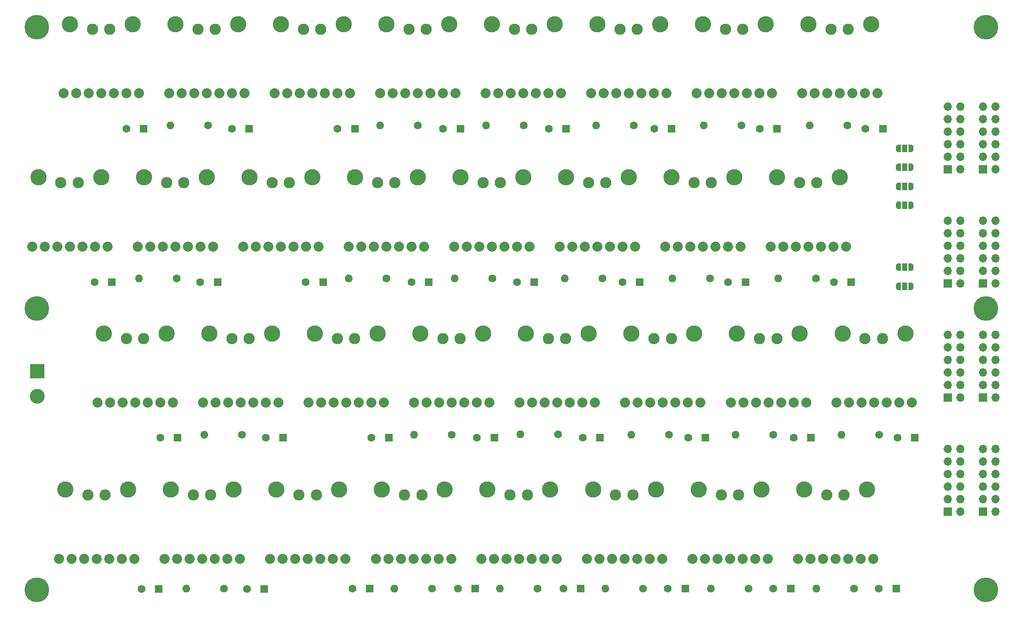
<source format=gbr>
%TF.GenerationSoftware,KiCad,Pcbnew,7.0.0*%
%TF.CreationDate,2024-03-13T15:59:32+01:00*%
%TF.ProjectId,TDM_board,54444d5f-626f-4617-9264-2e6b69636164,rev?*%
%TF.SameCoordinates,Original*%
%TF.FileFunction,Soldermask,Bot*%
%TF.FilePolarity,Negative*%
%FSLAX46Y46*%
G04 Gerber Fmt 4.6, Leading zero omitted, Abs format (unit mm)*
G04 Created by KiCad (PCBNEW 7.0.0) date 2024-03-13 15:59:32*
%MOMM*%
%LPD*%
G01*
G04 APERTURE LIST*
G04 Aperture macros list*
%AMFreePoly0*
4,1,19,0.550000,-0.750000,0.000000,-0.750000,0.000000,-0.744911,-0.071157,-0.744911,-0.207708,-0.704816,-0.327430,-0.627875,-0.420627,-0.520320,-0.479746,-0.390866,-0.500000,-0.250000,-0.500000,0.250000,-0.479746,0.390866,-0.420627,0.520320,-0.327430,0.627875,-0.207708,0.704816,-0.071157,0.744911,0.000000,0.744911,0.000000,0.750000,0.550000,0.750000,0.550000,-0.750000,0.550000,-0.750000,
$1*%
%AMFreePoly1*
4,1,19,0.000000,0.744911,0.071157,0.744911,0.207708,0.704816,0.327430,0.627875,0.420627,0.520320,0.479746,0.390866,0.500000,0.250000,0.500000,-0.250000,0.479746,-0.390866,0.420627,-0.520320,0.327430,-0.627875,0.207708,-0.704816,0.071157,-0.744911,0.000000,-0.744911,0.000000,-0.750000,-0.550000,-0.750000,-0.550000,0.750000,0.000000,0.750000,0.000000,0.744911,0.000000,0.744911,
$1*%
G04 Aperture macros list end*
%ADD10C,3.301600*%
%ADD11C,1.600000*%
%ADD12O,1.600000X1.600000*%
%ADD13C,2.032000*%
%ADD14C,2.286000*%
%ADD15R,1.600000X1.600000*%
%ADD16R,1.700000X1.700000*%
%ADD17O,1.700000X1.700000*%
%ADD18C,5.000000*%
%ADD19R,3.000000X3.000000*%
%ADD20C,3.000000*%
%ADD21FreePoly0,180.000000*%
%ADD22R,1.000000X1.500000*%
%ADD23FreePoly1,180.000000*%
G04 APERTURE END LIST*
D10*
%TO.C,50*%
X92824086Y-117688858D03*
%TD*%
%TO.C,U$28*%
X179072471Y-23409154D03*
%TD*%
%TO.C,4*%
X115055240Y-23409154D03*
%TD*%
%TO.C,34*%
X100578196Y-86061920D03*
%TD*%
D11*
%TO.C,R1*%
X87630000Y-43942000D03*
D12*
X80009999Y-43941999D03*
%TD*%
D11*
%TO.C,R14*%
X136956800Y-106578400D03*
D12*
X129336799Y-106578399D03*
%TD*%
D10*
%TO.C,61*%
X208188080Y-117688858D03*
%TD*%
D13*
%TO.C, 26*%
X115454999Y-131703000D03*
X112914999Y-131703000D03*
X110374999Y-131703000D03*
X107834999Y-131703000D03*
X105294999Y-131703000D03*
X102754999Y-131703000D03*
X100214999Y-131703000D03*
%TD*%
D14*
%TO.C,X23*%
X220530731Y-87122062D03*
X224030731Y-87122062D03*
%TD*%
D11*
%TO.C,R20*%
X132904573Y-137718800D03*
D12*
X125284572Y-137718799D03*
%TD*%
D15*
%TO.C,C156*%
X102828604Y-107172299D03*
D11*
X99328605Y-107172300D03*
%TD*%
D10*
%TO.C,U$97*%
X194616211Y-86061920D03*
%TD*%
D11*
%TO.C,R5*%
X195529200Y-43942000D03*
D12*
X187909199Y-43941999D03*
%TD*%
D10*
%TO.C,U$35*%
X221750626Y-23409154D03*
%TD*%
D16*
%TO.C,JE1*%
X244355933Y-52826213D03*
D17*
X244355933Y-50286213D03*
X244355933Y-47746213D03*
X244355933Y-45206213D03*
X244355933Y-42666213D03*
X244355933Y-40126213D03*
X246895933Y-52826213D03*
X246895933Y-50286213D03*
X246895933Y-47746213D03*
X246895933Y-45206213D03*
X246895933Y-42666213D03*
X246895933Y-40126213D03*
%TD*%
D10*
%TO.C,5*%
X123694317Y-23409154D03*
%TD*%
%TO.C,*%
X59677086Y-23409154D03*
%TD*%
%TO.C,U$42*%
X53320134Y-54425634D03*
%TD*%
%TO.C,U$10*%
X59677086Y-23409154D03*
%TD*%
%TO.C,11*%
X187711548Y-23409154D03*
%TD*%
D14*
%TO.C,X14*%
X185940476Y-55485776D03*
X189440476Y-55485776D03*
%TD*%
%TO.C,X3*%
X128261231Y-24469296D03*
X131761231Y-24469296D03*
%TD*%
D10*
%TO.C,36*%
X121925799Y-86061920D03*
%TD*%
%TO.C,7*%
X145033394Y-23409154D03*
%TD*%
%TO.C,U$128*%
X199544081Y-117688858D03*
%TD*%
%TO.C,U$113*%
X101468085Y-117688858D03*
%TD*%
D15*
%TO.C,C165*%
X120339999Y-137683199D03*
D11*
X116840000Y-137683200D03*
%TD*%
%TO.C,R4*%
X173786800Y-43942000D03*
D12*
X166166799Y-43941999D03*
%TD*%
D10*
%TO.C,18*%
X87362372Y-54425634D03*
%TD*%
D15*
%TO.C,C167*%
X163011999Y-137683199D03*
D11*
X159512000Y-137683200D03*
%TD*%
D10*
%TO.C,47*%
X58780087Y-117688858D03*
%TD*%
%TO.C,U$125*%
X165500082Y-117688858D03*
%TD*%
%TO.C,U$122*%
X144156083Y-117688858D03*
%TD*%
D14*
%TO.C,X26*%
X106034999Y-118749000D03*
X109534999Y-118749000D03*
%TD*%
D16*
%TO.C,JC1*%
X244355933Y-99054213D03*
D17*
X244355933Y-96514213D03*
X244355933Y-93974213D03*
X244355933Y-91434213D03*
X244355933Y-88894213D03*
X244355933Y-86354213D03*
X246895933Y-99054213D03*
X246895933Y-96514213D03*
X246895933Y-93974213D03*
X246895933Y-91434213D03*
X246895933Y-88894213D03*
X246895933Y-86354213D03*
%TD*%
D14*
%TO.C,X4*%
X149600308Y-24469296D03*
X153100308Y-24469296D03*
%TD*%
D10*
%TO.C,48*%
X71480087Y-117688858D03*
%TD*%
D18*
%TO.C,*%
X245000000Y-138000000D03*
%TD*%
D10*
%TO.C,49*%
X80124086Y-117688858D03*
%TD*%
D14*
%TO.C,X7*%
X213617540Y-24469296D03*
X217117540Y-24469296D03*
%TD*%
D13*
%TO.C, 20*%
X165907919Y-100076062D03*
X163367919Y-100076062D03*
X160827919Y-100076062D03*
X158287919Y-100076062D03*
X155747919Y-100076062D03*
X153207919Y-100076062D03*
X150667919Y-100076062D03*
%TD*%
%TO.C, 12*%
X152676000Y-68439776D03*
X150136000Y-68439776D03*
X147596000Y-68439776D03*
X145056000Y-68439776D03*
X142516000Y-68439776D03*
X139976000Y-68439776D03*
X137436000Y-68439776D03*
%TD*%
D10*
%TO.C,23*%
X138689086Y-54425634D03*
%TD*%
%TO.C,U$92*%
X185968608Y-86061920D03*
%TD*%
D15*
%TO.C,C139*%
X74620955Y-44576999D03*
D11*
X71120956Y-44577000D03*
%TD*%
D19*
%TO.C,J100*%
X53085999Y-93725999D03*
D20*
X53086000Y-98806000D03*
%TD*%
D15*
%TO.C,C154*%
X217685619Y-75679005D03*
D11*
X214185620Y-75679006D03*
%TD*%
D10*
%TO.C,U$99*%
X228663817Y-86061920D03*
%TD*%
D15*
%TO.C,C144*%
X181391665Y-44576999D03*
D11*
X177891666Y-44577000D03*
%TD*%
%TO.C,R17*%
X201980800Y-106527600D03*
D12*
X194360799Y-106527599D03*
%TD*%
D15*
%TO.C,C157*%
X124182746Y-107172299D03*
D11*
X120682747Y-107172300D03*
%TD*%
D10*
%TO.C,U$76*%
X100578196Y-86061920D03*
%TD*%
D16*
%TO.C,JE2*%
X237235999Y-52831999D03*
D17*
X237235999Y-50291999D03*
X237235999Y-47751999D03*
X237235999Y-45211999D03*
X237235999Y-42671999D03*
X237235999Y-40131999D03*
X239775999Y-52831999D03*
X239775999Y-50291999D03*
X239775999Y-47751999D03*
X239775999Y-45211999D03*
X239775999Y-42671999D03*
X239775999Y-40131999D03*
%TD*%
D10*
%TO.C,21*%
X117346848Y-54425634D03*
%TD*%
D18*
%TO.C,*%
X53000000Y-138000000D03*
%TD*%
D10*
%TO.C,1*%
X81016163Y-23409154D03*
%TD*%
D18*
%TO.C,*%
X53000000Y-24000000D03*
%TD*%
D11*
%TO.C,R11*%
X189128400Y-74879200D03*
D12*
X181508399Y-74879199D03*
%TD*%
D10*
%TO.C,U$81*%
X109225799Y-86061920D03*
%TD*%
D14*
%TO.C,X13*%
X164598238Y-55485776D03*
X168098238Y-55485776D03*
%TD*%
D16*
%TO.C,JD1*%
X244355933Y-75940213D03*
D17*
X244355933Y-73400213D03*
X244355933Y-70860213D03*
X244355933Y-68320213D03*
X244355933Y-65780213D03*
X244355933Y-63240213D03*
X246895933Y-75940213D03*
X246895933Y-73400213D03*
X246895933Y-70860213D03*
X246895933Y-68320213D03*
X246895933Y-65780213D03*
X246895933Y-63240213D03*
%TD*%
D14*
%TO.C,X27*%
X127378998Y-118749000D03*
X130878998Y-118749000D03*
%TD*%
D10*
%TO.C,58*%
X178200082Y-117688858D03*
%TD*%
D11*
%TO.C,R19*%
X90881200Y-137718800D03*
D12*
X83261199Y-137718799D03*
%TD*%
D10*
%TO.C,25*%
X160031324Y-54425634D03*
%TD*%
D13*
%TO.C, 27*%
X136798998Y-131703000D03*
X134258998Y-131703000D03*
X131718998Y-131703000D03*
X129178998Y-131703000D03*
X126638998Y-131703000D03*
X124098998Y-131703000D03*
X121558998Y-131703000D03*
%TD*%
D10*
%TO.C,29*%
X202715804Y-54425634D03*
%TD*%
D11*
%TO.C,R23*%
X196912573Y-137718800D03*
D12*
X189292572Y-137718799D03*
%TD*%
D10*
%TO.C,59*%
X186844081Y-117688858D03*
%TD*%
D15*
%TO.C,C143*%
X160037523Y-44576999D03*
D11*
X156537524Y-44577000D03*
%TD*%
D13*
%TO.C, 18*%
X123212713Y-100076062D03*
X120672713Y-100076062D03*
X118132713Y-100076062D03*
X115592713Y-100076062D03*
X113052713Y-100076062D03*
X110512713Y-100076062D03*
X107972713Y-100076062D03*
%TD*%
D11*
%TO.C,R8*%
X123748800Y-74930000D03*
D12*
X116128799Y-74929999D03*
%TD*%
D10*
%TO.C,*%
X72377086Y-23409154D03*
%TD*%
%TO.C,37*%
X130573402Y-86061920D03*
%TD*%
D13*
%TO.C, 10*%
X109991524Y-68439776D03*
X107451524Y-68439776D03*
X104911524Y-68439776D03*
X102371524Y-68439776D03*
X99831524Y-68439776D03*
X97291524Y-68439776D03*
X94751524Y-68439776D03*
%TD*%
D10*
%TO.C,26*%
X172731324Y-54425634D03*
%TD*%
D15*
%TO.C,C142*%
X138683381Y-44576999D03*
D11*
X135183382Y-44577000D03*
%TD*%
D10*
%TO.C,U$32*%
X200411548Y-23409154D03*
%TD*%
%TO.C,17*%
X74662372Y-54425634D03*
%TD*%
D14*
%TO.C,X6*%
X192278462Y-24469296D03*
X195778462Y-24469296D03*
%TD*%
D13*
%TO.C, 21*%
X187255522Y-100076062D03*
X184715522Y-100076062D03*
X182175522Y-100076062D03*
X179635522Y-100076062D03*
X177095522Y-100076062D03*
X174555522Y-100076062D03*
X172015522Y-100076062D03*
%TD*%
D16*
%TO.C,JD2*%
X237235999Y-75945999D03*
D17*
X237235999Y-73405999D03*
X237235999Y-70865999D03*
X237235999Y-68325999D03*
X237235999Y-65785999D03*
X237235999Y-63245999D03*
X239775999Y-75945999D03*
X239775999Y-73405999D03*
X239775999Y-70865999D03*
X239775999Y-68325999D03*
X239775999Y-65785999D03*
X239775999Y-63245999D03*
%TD*%
D14*
%TO.C,X24*%
X63347001Y-118749000D03*
X66847001Y-118749000D03*
%TD*%
D10*
%TO.C,U$74*%
X66530593Y-86061920D03*
%TD*%
%TO.C,U$89*%
X164621005Y-86061920D03*
%TD*%
D15*
%TO.C,C162*%
X230603999Y-107172799D03*
D11*
X227104000Y-107172800D03*
%TD*%
D10*
%TO.C,U$41*%
X66020134Y-54425634D03*
%TD*%
%TO.C,40*%
X164621005Y-86061920D03*
%TD*%
D13*
%TO.C, 28*%
X158142997Y-131703000D03*
X155602997Y-131703000D03*
X153062997Y-131703000D03*
X150522997Y-131703000D03*
X147982997Y-131703000D03*
X145442997Y-131703000D03*
X142902997Y-131703000D03*
%TD*%
D18*
%TO.C,*%
X53000000Y-138000000D03*
%TD*%
D15*
%TO.C,C166*%
X141675999Y-137683199D03*
D11*
X138176000Y-137683200D03*
%TD*%
D10*
%TO.C,U$90*%
X151921005Y-86061920D03*
%TD*%
%TO.C,U$57*%
X151389086Y-54425634D03*
%TD*%
D13*
%TO.C, 5*%
X180359385Y-37423296D03*
X177819385Y-37423296D03*
X175279385Y-37423296D03*
X172739385Y-37423296D03*
X170199385Y-37423296D03*
X167659385Y-37423296D03*
X165119385Y-37423296D03*
%TD*%
D10*
%TO.C,U$58*%
X138689086Y-54425634D03*
%TD*%
%TO.C,2*%
X93716163Y-23409154D03*
%TD*%
D13*
%TO.C, 16*%
X80517507Y-100076062D03*
X77977507Y-100076062D03*
X75437507Y-100076062D03*
X72897507Y-100076062D03*
X70357507Y-100076062D03*
X67817507Y-100076062D03*
X65277507Y-100076062D03*
%TD*%
D15*
%TO.C,C153*%
X196331471Y-75679005D03*
D11*
X192831472Y-75679006D03*
%TD*%
D13*
%TO.C, 13*%
X174018238Y-68439776D03*
X171478238Y-68439776D03*
X168938238Y-68439776D03*
X166398238Y-68439776D03*
X163858238Y-68439776D03*
X161318238Y-68439776D03*
X158778238Y-68439776D03*
%TD*%
D10*
%TO.C,U$45*%
X74662372Y-54425634D03*
%TD*%
D11*
%TO.C,R12*%
X210566000Y-74879200D03*
D12*
X202945999Y-74879199D03*
%TD*%
D10*
%TO.C,U$116*%
X122812084Y-117688858D03*
%TD*%
%TO.C,9*%
X166372471Y-23409154D03*
%TD*%
%TO.C,U$60*%
X172731324Y-54425634D03*
%TD*%
D11*
%TO.C,R13*%
X94488000Y-106527600D03*
D12*
X86867999Y-106527599D03*
%TD*%
D14*
%TO.C,X22*%
X199183125Y-87122062D03*
X202683125Y-87122062D03*
%TD*%
D10*
%TO.C,32*%
X79230593Y-86061920D03*
%TD*%
%TO.C,U$131*%
X220888080Y-117688858D03*
%TD*%
%TO.C,U$96*%
X207316211Y-86061920D03*
%TD*%
D15*
%TO.C,C158*%
X145536888Y-107172299D03*
D11*
X142036889Y-107172300D03*
%TD*%
D14*
%TO.C,X9*%
X79229286Y-55485776D03*
X82729286Y-55485776D03*
%TD*%
D13*
%TO.C, 15*%
X216702718Y-68439776D03*
X214162718Y-68439776D03*
X211622718Y-68439776D03*
X209082718Y-68439776D03*
X206542718Y-68439776D03*
X204002718Y-68439776D03*
X201462718Y-68439776D03*
%TD*%
D15*
%TO.C,C145*%
X202745807Y-44576999D03*
D11*
X199245808Y-44577000D03*
%TD*%
D15*
%TO.C,C146*%
X224099955Y-44576999D03*
D11*
X220599956Y-44577000D03*
%TD*%
D13*
%TO.C, 22*%
X208603125Y-100076062D03*
X206063125Y-100076062D03*
X203523125Y-100076062D03*
X200983125Y-100076062D03*
X198443125Y-100076062D03*
X195903125Y-100076062D03*
X193363125Y-100076062D03*
%TD*%
D11*
%TO.C,R3*%
X151485600Y-43942000D03*
D12*
X143865599Y-43941999D03*
%TD*%
D10*
%TO.C,20*%
X108704610Y-54425634D03*
%TD*%
%TO.C,U$93*%
X173268608Y-86061920D03*
%TD*%
D15*
%TO.C,C152*%
X174977329Y-75679005D03*
D11*
X171477330Y-75679006D03*
%TD*%
D10*
%TO.C,U$61*%
X160031324Y-54425634D03*
%TD*%
D13*
%TO.C, 14*%
X195360476Y-68439776D03*
X192820476Y-68439776D03*
X190280476Y-68439776D03*
X187740476Y-68439776D03*
X185200476Y-68439776D03*
X182660476Y-68439776D03*
X180120476Y-68439776D03*
%TD*%
D10*
%TO.C,28*%
X194073562Y-54425634D03*
%TD*%
D13*
%TO.C, 29*%
X179486996Y-131703000D03*
X176946996Y-131703000D03*
X174406996Y-131703000D03*
X171866996Y-131703000D03*
X169326996Y-131703000D03*
X166786996Y-131703000D03*
X164246996Y-131703000D03*
%TD*%
D10*
%TO.C,U$29*%
X166372471Y-23409154D03*
%TD*%
%TO.C,U$52*%
X117346848Y-54425634D03*
%TD*%
D13*
%TO.C, 1*%
X95003077Y-37423296D03*
X92463077Y-37423296D03*
X89923077Y-37423296D03*
X87383077Y-37423296D03*
X84843077Y-37423296D03*
X82303077Y-37423296D03*
X79763077Y-37423296D03*
%TD*%
D10*
%TO.C,U$106*%
X58780087Y-117688858D03*
%TD*%
D14*
%TO.C,X17*%
X92445110Y-87122062D03*
X95945110Y-87122062D03*
%TD*%
D10*
%TO.C,45*%
X215963817Y-86061920D03*
%TD*%
%TO.C,U$109*%
X80124086Y-117688858D03*
%TD*%
D15*
%TO.C,C164*%
X99003999Y-137769599D03*
D11*
X95504000Y-137769600D03*
%TD*%
D14*
%TO.C,X5*%
X170939385Y-24469296D03*
X174439385Y-24469296D03*
%TD*%
D15*
%TO.C,C140*%
X95975097Y-44576999D03*
D11*
X92475098Y-44577000D03*
%TD*%
D10*
%TO.C,U$25*%
X157733394Y-23409154D03*
%TD*%
%TO.C,12*%
X200411548Y-23409154D03*
%TD*%
%TO.C,46*%
X228663817Y-86061920D03*
%TD*%
D11*
%TO.C,R10*%
X167405200Y-74930000D03*
D12*
X159785199Y-74929999D03*
%TD*%
D10*
%TO.C,U$19*%
X136394317Y-23409154D03*
%TD*%
%TO.C,U$73*%
X79230593Y-86061920D03*
%TD*%
%TO.C,35*%
X109225799Y-86061920D03*
%TD*%
%TO.C,38*%
X143273402Y-86061920D03*
%TD*%
D13*
%TO.C, 7*%
X223037540Y-37423296D03*
X220497540Y-37423296D03*
X217957540Y-37423296D03*
X215417540Y-37423296D03*
X212877540Y-37423296D03*
X210337540Y-37423296D03*
X207797540Y-37423296D03*
%TD*%
D14*
%TO.C,X1*%
X85583077Y-24469296D03*
X89083077Y-24469296D03*
%TD*%
D13*
%TO.C, 17*%
X101865110Y-100076062D03*
X99325110Y-100076062D03*
X96785110Y-100076062D03*
X94245110Y-100076062D03*
X91705110Y-100076062D03*
X89165110Y-100076062D03*
X86625110Y-100076062D03*
%TD*%
D10*
%TO.C,U$100*%
X215963817Y-86061920D03*
%TD*%
%TO.C,54*%
X135512084Y-117688858D03*
%TD*%
D11*
%TO.C,R21*%
X154240573Y-137718800D03*
D12*
X146620572Y-137718799D03*
%TD*%
D13*
%TO.C, 25*%
X94111000Y-131703000D03*
X91571000Y-131703000D03*
X89031000Y-131703000D03*
X86491000Y-131703000D03*
X83951000Y-131703000D03*
X81411000Y-131703000D03*
X78871000Y-131703000D03*
%TD*%
D11*
%TO.C,R24*%
X218248573Y-137718800D03*
D12*
X210628572Y-137718799D03*
%TD*%
D10*
%TO.C,42*%
X185968608Y-86061920D03*
%TD*%
D16*
%TO.C,JB2*%
X237235999Y-122173999D03*
D17*
X237235999Y-119633999D03*
X237235999Y-117093999D03*
X237235999Y-114553999D03*
X237235999Y-112013999D03*
X237235999Y-109473999D03*
X239775999Y-122173999D03*
X239775999Y-119633999D03*
X239775999Y-117093999D03*
X239775999Y-114553999D03*
X239775999Y-112013999D03*
X239775999Y-109473999D03*
%TD*%
D10*
%TO.C,U$112*%
X114168085Y-117688858D03*
%TD*%
D15*
%TO.C,C163*%
X77695999Y-137769599D03*
D11*
X74196000Y-137769600D03*
%TD*%
D13*
%TO.C, 24*%
X72767001Y-131703000D03*
X70227001Y-131703000D03*
X67687001Y-131703000D03*
X65147001Y-131703000D03*
X62607001Y-131703000D03*
X60067001Y-131703000D03*
X57527001Y-131703000D03*
%TD*%
D10*
%TO.C,U$108*%
X92824086Y-117688858D03*
%TD*%
D14*
%TO.C,X18*%
X113792713Y-87122062D03*
X117292713Y-87122062D03*
%TD*%
D13*
%TO.C, 2*%
X116342154Y-37423296D03*
X113802154Y-37423296D03*
X111262154Y-37423296D03*
X108722154Y-37423296D03*
X106182154Y-37423296D03*
X103642154Y-37423296D03*
X101102154Y-37423296D03*
%TD*%
D10*
%TO.C,U$80*%
X121925799Y-86061920D03*
%TD*%
%TO.C,13*%
X209050626Y-23409154D03*
%TD*%
D11*
%TO.C,R22*%
X175576573Y-137718800D03*
D12*
X167956572Y-137718799D03*
%TD*%
D15*
%TO.C,C151*%
X153623187Y-75679005D03*
D11*
X150123188Y-75679006D03*
%TD*%
D15*
%TO.C,C148*%
X89560761Y-75679005D03*
D11*
X86060762Y-75679006D03*
%TD*%
D10*
%TO.C,U$84*%
X130573402Y-86061920D03*
%TD*%
D13*
%TO.C, 11*%
X131333762Y-68439776D03*
X128793762Y-68439776D03*
X126253762Y-68439776D03*
X123713762Y-68439776D03*
X121173762Y-68439776D03*
X118633762Y-68439776D03*
X116093762Y-68439776D03*
%TD*%
D11*
%TO.C,R6*%
X216916000Y-43942000D03*
D12*
X209295999Y-43941999D03*
%TD*%
D10*
%TO.C,10*%
X179072471Y-23409154D03*
%TD*%
D14*
%TO.C,X0*%
X64244000Y-24469296D03*
X67744000Y-24469296D03*
%TD*%
D11*
%TO.C,R16*%
X180848000Y-106527600D03*
D12*
X173227999Y-106527599D03*
%TD*%
D13*
%TO.C, 3*%
X137681231Y-37423296D03*
X135141231Y-37423296D03*
X132601231Y-37423296D03*
X130061231Y-37423296D03*
X127521231Y-37423296D03*
X124981231Y-37423296D03*
X122441231Y-37423296D03*
%TD*%
D14*
%TO.C,X16*%
X71097507Y-87122062D03*
X74597507Y-87122062D03*
%TD*%
D10*
%TO.C,55*%
X144156083Y-117688858D03*
%TD*%
%TO.C,33*%
X87878196Y-86061920D03*
%TD*%
%TO.C,53*%
X122812084Y-117688858D03*
%TD*%
%TO.C,U$83*%
X143273402Y-86061920D03*
%TD*%
D11*
%TO.C,R7*%
X81280000Y-74930000D03*
D12*
X73659999Y-74929999D03*
%TD*%
D10*
%TO.C,14*%
X221750626Y-23409154D03*
%TD*%
D15*
%TO.C,C141*%
X117329239Y-44576999D03*
D11*
X113829240Y-44577000D03*
%TD*%
D10*
%TO.C,U$67*%
X215415804Y-54425634D03*
%TD*%
%TO.C,U$36*%
X209050626Y-23409154D03*
%TD*%
%TO.C,U$65*%
X181373562Y-54425634D03*
%TD*%
D16*
%TO.C,JB1*%
X244355933Y-122168213D03*
D17*
X244355933Y-119628213D03*
X244355933Y-117088213D03*
X244355933Y-114548213D03*
X244355933Y-112008213D03*
X244355933Y-109468213D03*
X246895933Y-122168213D03*
X246895933Y-119628213D03*
X246895933Y-117088213D03*
X246895933Y-114548213D03*
X246895933Y-112008213D03*
X246895933Y-109468213D03*
%TD*%
D11*
%TO.C,R2*%
X130098800Y-43942000D03*
D12*
X122478799Y-43941999D03*
%TD*%
D10*
%TO.C,60*%
X199544081Y-117688858D03*
%TD*%
%TO.C,44*%
X207316211Y-86061920D03*
%TD*%
D13*
%TO.C, 19*%
X144560316Y-100076062D03*
X142020316Y-100076062D03*
X139480316Y-100076062D03*
X136940316Y-100076062D03*
X134400316Y-100076062D03*
X131860316Y-100076062D03*
X129320316Y-100076062D03*
%TD*%
D10*
%TO.C,19*%
X96004610Y-54425634D03*
%TD*%
%TO.C,U$48*%
X108704610Y-54425634D03*
%TD*%
D15*
%TO.C,C150*%
X132269045Y-75679005D03*
D11*
X128769046Y-75679006D03*
%TD*%
D14*
%TO.C,X31*%
X212754994Y-118749000D03*
X216254994Y-118749000D03*
%TD*%
D10*
%TO.C,31*%
X66530593Y-86061920D03*
%TD*%
%TO.C,52*%
X114168085Y-117688858D03*
%TD*%
%TO.C,U$51*%
X130046848Y-54425634D03*
%TD*%
D11*
%TO.C,R9*%
X145135600Y-74879200D03*
D12*
X137515599Y-74879199D03*
%TD*%
D14*
%TO.C,X30*%
X191410995Y-118749000D03*
X194910995Y-118749000D03*
%TD*%
D10*
%TO.C,U$64*%
X194073562Y-54425634D03*
%TD*%
%TO.C,41*%
X173268608Y-86061920D03*
%TD*%
%TO.C,56*%
X156856083Y-117688858D03*
%TD*%
%TO.C,39*%
X151921005Y-86061920D03*
%TD*%
%TO.C,U$20*%
X123694317Y-23409154D03*
%TD*%
%TO.C,U$33*%
X187711548Y-23409154D03*
%TD*%
%TO.C,U$129*%
X186844081Y-117688858D03*
%TD*%
%TO.C,6*%
X136394317Y-23409154D03*
%TD*%
D15*
%TO.C,C170*%
X226821999Y-137683199D03*
D11*
X223322000Y-137683200D03*
%TD*%
D10*
%TO.C,U$105*%
X71480087Y-117688858D03*
%TD*%
D11*
%TO.C,R15*%
X158394400Y-106476800D03*
D12*
X150774399Y-106476799D03*
%TD*%
D10*
%TO.C,8*%
X157733394Y-23409154D03*
%TD*%
%TO.C,43*%
X194616211Y-86061920D03*
%TD*%
D18*
%TO.C,REF\u002A\u002A*%
X245000000Y-24000000D03*
%TD*%
D10*
%TO.C,16*%
X66020134Y-54425634D03*
%TD*%
D15*
%TO.C,C161*%
X209599314Y-107172299D03*
D11*
X206099315Y-107172300D03*
%TD*%
D13*
%TO.C, 8*%
X67307048Y-68439776D03*
X64767048Y-68439776D03*
X62227048Y-68439776D03*
X59687048Y-68439776D03*
X57147048Y-68439776D03*
X54607048Y-68439776D03*
X52067048Y-68439776D03*
%TD*%
D10*
%TO.C,U$13*%
X81016163Y-23409154D03*
%TD*%
D14*
%TO.C,X28*%
X148722997Y-118749000D03*
X152222997Y-118749000D03*
%TD*%
%TO.C,X25*%
X84691000Y-118749000D03*
X88191000Y-118749000D03*
%TD*%
D13*
%TO.C, 4*%
X159020308Y-37423296D03*
X156480308Y-37423296D03*
X153940308Y-37423296D03*
X151400308Y-37423296D03*
X148860308Y-37423296D03*
X146320308Y-37423296D03*
X143780308Y-37423296D03*
%TD*%
D15*
%TO.C,C159*%
X166891030Y-107172299D03*
D11*
X163391031Y-107172300D03*
%TD*%
D15*
%TO.C,C155*%
X81474462Y-107172299D03*
D11*
X77974463Y-107172300D03*
%TD*%
D15*
%TO.C,C160*%
X188245172Y-107172299D03*
D11*
X184745173Y-107172300D03*
%TD*%
D10*
%TO.C,U$16*%
X115055240Y-23409154D03*
%TD*%
%TO.C,U$68*%
X202715804Y-54425634D03*
%TD*%
D13*
%TO.C, 23*%
X229950731Y-100076062D03*
X227410731Y-100076062D03*
X224870731Y-100076062D03*
X222330731Y-100076062D03*
X219790731Y-100076062D03*
X217250731Y-100076062D03*
X214710731Y-100076062D03*
%TD*%
D14*
%TO.C,X15*%
X207282718Y-55485776D03*
X210782718Y-55485776D03*
%TD*%
D10*
%TO.C,U$121*%
X156856083Y-117688858D03*
%TD*%
D15*
%TO.C,C169*%
X205485999Y-137683199D03*
D11*
X201986000Y-137683200D03*
%TD*%
D13*
%TO.C, 9*%
X88649286Y-68439776D03*
X86109286Y-68439776D03*
X83569286Y-68439776D03*
X81029286Y-68439776D03*
X78489286Y-68439776D03*
X75949286Y-68439776D03*
X73409286Y-68439776D03*
%TD*%
D18*
%TO.C,*%
X245000000Y-81000000D03*
%TD*%
D14*
%TO.C,X8*%
X57887048Y-55485776D03*
X61387048Y-55485776D03*
%TD*%
%TO.C,X2*%
X106922154Y-24469296D03*
X110422154Y-24469296D03*
%TD*%
D10*
%TO.C,U$9*%
X72377086Y-23409154D03*
%TD*%
%TO.C,62*%
X220888080Y-117688858D03*
%TD*%
%TO.C,3*%
X102355240Y-23409154D03*
%TD*%
%TO.C,U$115*%
X135512084Y-117688858D03*
%TD*%
%TO.C,15*%
X53320134Y-54425634D03*
%TD*%
D13*
%TO.C, 30*%
X200830995Y-131703000D03*
X198290995Y-131703000D03*
X195750995Y-131703000D03*
X193210995Y-131703000D03*
X190670995Y-131703000D03*
X188130995Y-131703000D03*
X185590995Y-131703000D03*
%TD*%
D14*
%TO.C,X11*%
X121913762Y-55485776D03*
X125413762Y-55485776D03*
%TD*%
%TO.C,X12*%
X143256000Y-55485776D03*
X146756000Y-55485776D03*
%TD*%
D10*
%TO.C,U$17*%
X102355240Y-23409154D03*
%TD*%
D14*
%TO.C,X20*%
X156487919Y-87122062D03*
X159987919Y-87122062D03*
%TD*%
D15*
%TO.C,C149*%
X110914903Y-75679005D03*
D11*
X107414904Y-75679006D03*
%TD*%
D13*
%TO.C, 31*%
X222174994Y-131703000D03*
X219634994Y-131703000D03*
X217094994Y-131703000D03*
X214554994Y-131703000D03*
X212014994Y-131703000D03*
X209474994Y-131703000D03*
X206934994Y-131703000D03*
%TD*%
D10*
%TO.C,U$26*%
X145033394Y-23409154D03*
%TD*%
%TO.C,U$132*%
X208188080Y-117688858D03*
%TD*%
D14*
%TO.C,X29*%
X170066996Y-118749000D03*
X173566996Y-118749000D03*
%TD*%
D10*
%TO.C,30*%
X215415804Y-54425634D03*
%TD*%
D14*
%TO.C,X10*%
X100571524Y-55485776D03*
X104071524Y-55485776D03*
%TD*%
D10*
%TO.C,U$44*%
X87362372Y-54425634D03*
%TD*%
D18*
%TO.C,*%
X53000000Y-81000000D03*
%TD*%
D10*
%TO.C,24*%
X151389086Y-54425634D03*
%TD*%
D14*
%TO.C,X19*%
X135140316Y-87122062D03*
X138640316Y-87122062D03*
%TD*%
D10*
%TO.C,27*%
X181373562Y-54425634D03*
%TD*%
%TO.C,U$49*%
X96004610Y-54425634D03*
%TD*%
D14*
%TO.C,X21*%
X177835522Y-87122062D03*
X181335522Y-87122062D03*
%TD*%
D13*
%TO.C, 0*%
X73664000Y-37423296D03*
X71124000Y-37423296D03*
X68584000Y-37423296D03*
X66044000Y-37423296D03*
X63504000Y-37423296D03*
X60964000Y-37423296D03*
X58424000Y-37423296D03*
%TD*%
D10*
%TO.C,U$12*%
X93716163Y-23409154D03*
%TD*%
D16*
%TO.C,JC2*%
X237235999Y-99059999D03*
D17*
X237235999Y-96519999D03*
X237235999Y-93979999D03*
X237235999Y-91439999D03*
X237235999Y-88899999D03*
X237235999Y-86359999D03*
X239775999Y-99059999D03*
X239775999Y-96519999D03*
X239775999Y-93979999D03*
X239775999Y-91439999D03*
X239775999Y-88899999D03*
X239775999Y-86359999D03*
%TD*%
D15*
%TO.C,C168*%
X184149999Y-137683199D03*
D11*
X180650000Y-137683200D03*
%TD*%
D10*
%TO.C,51*%
X101468085Y-117688858D03*
%TD*%
%TO.C,U$77*%
X87878196Y-86061920D03*
%TD*%
%TO.C,22*%
X130046848Y-54425634D03*
%TD*%
D13*
%TO.C, 6*%
X201698462Y-37423296D03*
X199158462Y-37423296D03*
X196618462Y-37423296D03*
X194078462Y-37423296D03*
X191538462Y-37423296D03*
X188998462Y-37423296D03*
X186458462Y-37423296D03*
%TD*%
D10*
%TO.C,57*%
X165500082Y-117688858D03*
%TD*%
D11*
%TO.C,R18*%
X223367600Y-106578400D03*
D12*
X215747599Y-106578399D03*
%TD*%
D15*
%TO.C,C147*%
X68206619Y-75679005D03*
D11*
X64706620Y-75679006D03*
%TD*%
D10*
%TO.C,U$124*%
X178200082Y-117688858D03*
%TD*%
D21*
%TO.C,JP2*%
X229822466Y-56232572D03*
D22*
X228522465Y-56232571D03*
D23*
X227222466Y-56232572D03*
%TD*%
D21*
%TO.C,JP3*%
X229822466Y-52397572D03*
D22*
X228522465Y-52397571D03*
D23*
X227222466Y-52397572D03*
%TD*%
D21*
%TO.C,JP1*%
X229822466Y-60067572D03*
D22*
X228522465Y-60067571D03*
D23*
X227222466Y-60067572D03*
%TD*%
D21*
%TO.C,JP6*%
X229822466Y-72644000D03*
D22*
X228522465Y-72643999D03*
D23*
X227222466Y-72644000D03*
%TD*%
D21*
%TO.C,JP4*%
X229822466Y-48562572D03*
D22*
X228522465Y-48562571D03*
D23*
X227222466Y-48562572D03*
%TD*%
D21*
%TO.C,JP5*%
X229822466Y-76479000D03*
D22*
X228522465Y-76478999D03*
D23*
X227222466Y-76479000D03*
%TD*%
M02*

</source>
